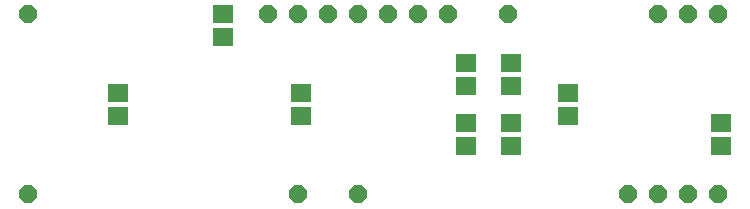
<source format=gbs>
G75*
%MOIN*%
%OFA0B0*%
%FSLAX25Y25*%
%IPPOS*%
%LPD*%
%AMOC8*
5,1,8,0,0,1.08239X$1,22.5*
%
%ADD10OC8,0.05950*%
%ADD11R,0.06706X0.05918*%
%ADD12R,0.07099X0.05918*%
D10*
X0012750Y0010250D03*
X0102750Y0010250D03*
X0122750Y0010250D03*
X0212750Y0010250D03*
X0222750Y0010250D03*
X0232750Y0010250D03*
X0242750Y0010250D03*
X0242750Y0070250D03*
X0232750Y0070250D03*
X0222750Y0070250D03*
X0172750Y0070250D03*
X0152750Y0070250D03*
X0142750Y0070250D03*
X0132750Y0070250D03*
X0122750Y0070250D03*
X0112750Y0070250D03*
X0102750Y0070250D03*
X0092750Y0070250D03*
X0012750Y0070250D03*
D11*
X0042750Y0043990D03*
X0042750Y0036510D03*
X0104000Y0036510D03*
X0104000Y0043990D03*
X0192750Y0043990D03*
X0192750Y0036510D03*
D12*
X0174000Y0033990D03*
X0159000Y0033990D03*
X0159000Y0026510D03*
X0174000Y0026510D03*
X0174000Y0046510D03*
X0159000Y0046510D03*
X0159000Y0053990D03*
X0174000Y0053990D03*
X0244000Y0033990D03*
X0244000Y0026510D03*
X0077750Y0062760D03*
X0077750Y0070240D03*
M02*

</source>
